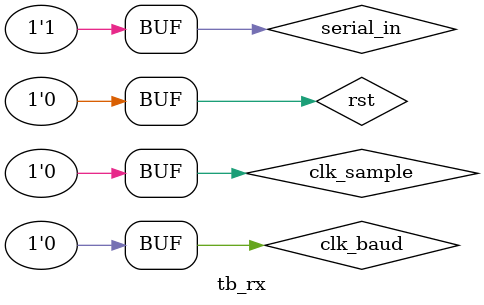
<source format=v>
`timescale 1ns/1ps
`include "uart_rx.v"

module tb_rx ();

    parameter t = 2;
    parameter T = 32;

    reg rst;
    reg clk_baud;
    reg clk_sample;
    reg serial_in;

    wire [7:0] bus_out;

    initial begin
        rst = 0;
        clk_baud = 0;
        clk_sample = 0;
        serial_in = 0;
    end

    initial begin
        rst = 1'b1;  #t
        rst = 1'b0; 
    end

    initial begin
        repeat(100)  
        #(T/2)  clk_baud = ~clk_baud;
    end

    initial begin
        repeat(1600)
        #(t/2)  clk_sample = ~clk_sample;
    end

    //0_10011001_0_1
    //0_11000010_0_1错误校验
    initial begin
        serial_in = 1'b1; #(T*2)

        serial_in = 1'b 0 ;  #T
        serial_in = 1'b 1 ;  #T
        serial_in = 1'b 0 ;  #T
        serial_in = 1'b 0 ;  #T
        serial_in = 1'b 1 ;  #T
        serial_in = 1'b 1 ;  #T
        serial_in = 1'b 0 ;  #T
        serial_in = 1'b 0 ;  #T
        serial_in = 1'b 1 ;  #T
        serial_in = 1'b 0 ;  #T
        serial_in = 1'b 1 ;  #T

        serial_in = 1'b1; #(T*2)

        serial_in = 1'b 0 ;  #T
        serial_in = 1'b 1 ;  #T
        serial_in = 1'b 1 ;  #T
        serial_in = 1'b 0 ;  #T
        serial_in = 1'b 0 ;  #T
        serial_in = 1'b 0 ;  #T
        serial_in = 1'b 0 ;  #T
        serial_in = 1'b 1 ;  #T
        serial_in = 1'b 0 ;  #T
        serial_in = 1'b 0 ;  #T  // 错误校验位
        serial_in = 1'b 1 ;  #T

        serial_in = 1'b1;
    end

    uart_rx_moore    tb_rx_ins(
        .rst        (rst),
        .clk_baud   (clk_baud),
        .clk_sample (clk_sample),
        .serial_in  (serial_in),
        .bus_out    (bus_out)
    );

    initial begin
        $dumpfile("wave_rx.vcd");
        $dumpvars(0, tb_rx);
    end


endmodule
</source>
